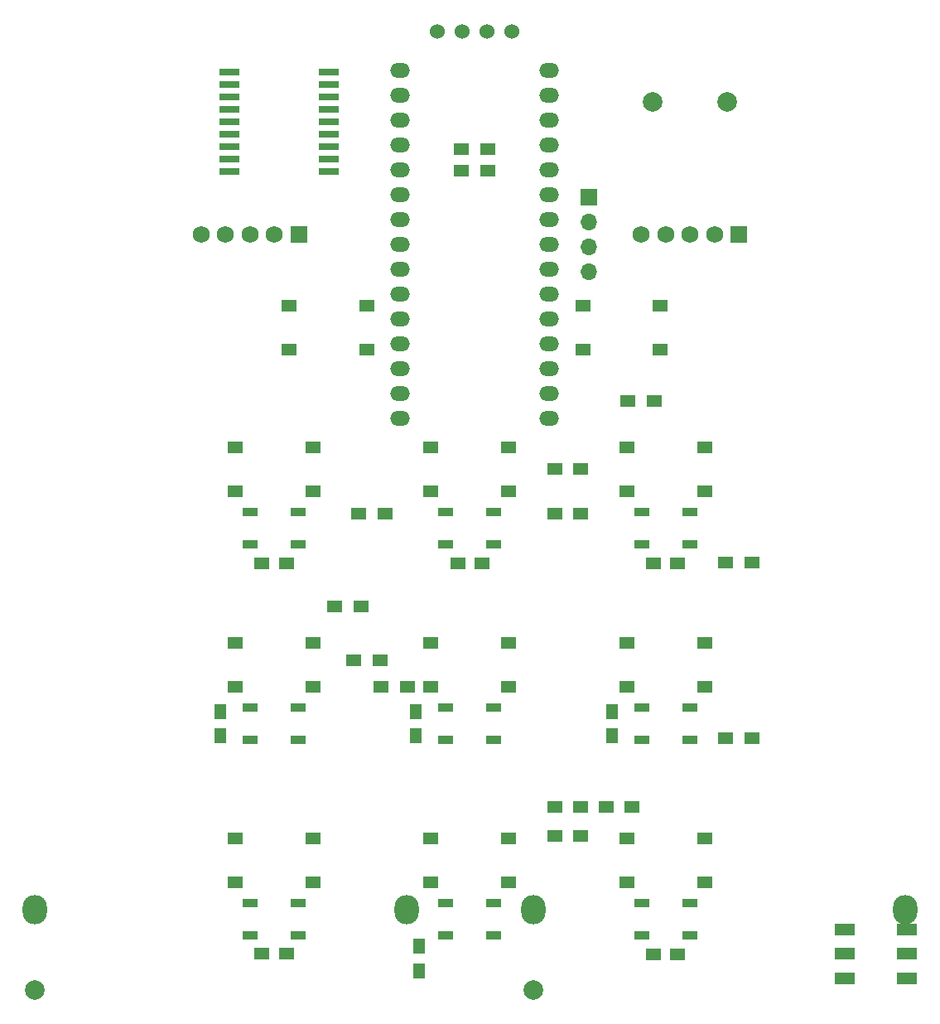
<source format=gbr>
G04 #@! TF.FileFunction,Soldermask,Top*
%FSLAX46Y46*%
G04 Gerber Fmt 4.6, Leading zero omitted, Abs format (unit mm)*
G04 Created by KiCad (PCBNEW 4.0.5-e0-6337~49~ubuntu16.04.1) date Sun Jan 22 15:59:59 2017*
%MOMM*%
%LPD*%
G01*
G04 APERTURE LIST*
%ADD10C,0.100000*%
%ADD11R,1.550000X1.300000*%
%ADD12O,2.500000X3.000000*%
%ADD13C,2.000000*%
%ADD14R,1.500000X1.250000*%
%ADD15R,1.250000X1.500000*%
%ADD16R,1.750000X1.750000*%
%ADD17C,1.750000*%
%ADD18R,1.500000X1.300000*%
%ADD19R,1.500000X0.900000*%
%ADD20O,2.000000X1.500000*%
%ADD21R,2.000000X0.700000*%
%ADD22C,1.524000*%
%ADD23R,2.000000X1.200000*%
%ADD24R,1.700000X1.700000*%
%ADD25O,1.700000X1.700000*%
G04 APERTURE END LIST*
D10*
D11*
X104975000Y-68750000D03*
X104975000Y-73250000D03*
X97025000Y-73250000D03*
X97025000Y-68750000D03*
X97025000Y-93250000D03*
X97025000Y-88750000D03*
X104975000Y-88750000D03*
X104975000Y-93250000D03*
D12*
X56500000Y-116000000D03*
X94500000Y-116000000D03*
D13*
X56500000Y-124200000D03*
X127299840Y-33500000D03*
X119700160Y-33500000D03*
D14*
X79750000Y-80600000D03*
X82250000Y-80600000D03*
X99750000Y-80600000D03*
X102250000Y-80600000D03*
X119750000Y-80600000D03*
X122250000Y-80600000D03*
D15*
X115500000Y-95750000D03*
X115500000Y-98250000D03*
D14*
X119750000Y-120600000D03*
X122250000Y-120600000D03*
D15*
X95800000Y-119750000D03*
X95800000Y-122250000D03*
D14*
X79750000Y-120500000D03*
X82250000Y-120500000D03*
D15*
X75500000Y-95750000D03*
X75500000Y-98250000D03*
X95500000Y-95750000D03*
X95500000Y-98250000D03*
D16*
X83500000Y-47000000D03*
D17*
X81000000Y-47000000D03*
X78500000Y-47000000D03*
X76000000Y-47000000D03*
X73500000Y-47000000D03*
D16*
X128500000Y-47000000D03*
D17*
X126000000Y-47000000D03*
X123500000Y-47000000D03*
X121000000Y-47000000D03*
X118500000Y-47000000D03*
D18*
X109650000Y-71000000D03*
X112350000Y-71000000D03*
X112350000Y-75500000D03*
X109650000Y-75500000D03*
X92350000Y-75500000D03*
X89650000Y-75500000D03*
X89850000Y-85000000D03*
X87150000Y-85000000D03*
X89150000Y-90500000D03*
X91850000Y-90500000D03*
X91900000Y-93250000D03*
X94600000Y-93250000D03*
X102850000Y-38250000D03*
X100150000Y-38250000D03*
X117150000Y-64000000D03*
X119850000Y-64000000D03*
X127150000Y-80500000D03*
X129850000Y-80500000D03*
X129850000Y-98500000D03*
X127150000Y-98500000D03*
X112350000Y-108500000D03*
X109650000Y-108500000D03*
X109650000Y-105500000D03*
X112350000Y-105500000D03*
X114900000Y-105500000D03*
X117600000Y-105500000D03*
X102850000Y-40500000D03*
X100150000Y-40500000D03*
D11*
X84975000Y-68750000D03*
X84975000Y-73250000D03*
X77025000Y-73250000D03*
X77025000Y-68750000D03*
X84975000Y-88750000D03*
X84975000Y-93250000D03*
X77025000Y-93250000D03*
X77025000Y-88750000D03*
X77025000Y-113250000D03*
X77025000Y-108750000D03*
X84975000Y-108750000D03*
X84975000Y-113250000D03*
X117025000Y-73250000D03*
X117025000Y-68750000D03*
X124975000Y-68750000D03*
X124975000Y-73250000D03*
X117025000Y-93250000D03*
X117025000Y-88750000D03*
X124975000Y-88750000D03*
X124975000Y-93250000D03*
X117025000Y-113250000D03*
X117025000Y-108750000D03*
X124975000Y-108750000D03*
X124975000Y-113250000D03*
X97025000Y-113250000D03*
X97025000Y-108750000D03*
X104975000Y-108750000D03*
X104975000Y-113250000D03*
X112525000Y-58750000D03*
X112525000Y-54250000D03*
X120475000Y-54250000D03*
X120475000Y-58750000D03*
D19*
X78550000Y-75350000D03*
X78550000Y-78650000D03*
X83450000Y-78650000D03*
X83450000Y-75350000D03*
X98550000Y-75350000D03*
X98550000Y-78650000D03*
X103450000Y-78650000D03*
X103450000Y-75350000D03*
X118550000Y-75350000D03*
X118550000Y-78650000D03*
X123450000Y-78650000D03*
X123450000Y-75350000D03*
X118550000Y-95350000D03*
X118550000Y-98650000D03*
X123450000Y-98650000D03*
X123450000Y-95350000D03*
X118550000Y-115350000D03*
X118550000Y-118650000D03*
X123450000Y-118650000D03*
X123450000Y-115350000D03*
D20*
X109120000Y-30220000D03*
X109120000Y-32760000D03*
X109120000Y-35300000D03*
X109120000Y-37840000D03*
X109120000Y-40380000D03*
X109120000Y-42920000D03*
X109120000Y-45460000D03*
X109120000Y-48000000D03*
X109120000Y-50540000D03*
X109120000Y-53080000D03*
X109120000Y-55620000D03*
X109120000Y-58160000D03*
X109120000Y-60700000D03*
X109120000Y-63240000D03*
X109120000Y-65780000D03*
X93880000Y-65780000D03*
X93880000Y-63240000D03*
X93880000Y-60700000D03*
X93880000Y-58160000D03*
X93880000Y-55620000D03*
X93880000Y-53080000D03*
X93880000Y-50540000D03*
X93880000Y-48000000D03*
X93880000Y-45460000D03*
X93880000Y-42920000D03*
X93880000Y-40380000D03*
X93880000Y-37840000D03*
X93880000Y-35300000D03*
X93880000Y-32760000D03*
X93880000Y-30220000D03*
D19*
X98550000Y-115350000D03*
X98550000Y-118650000D03*
X103450000Y-118650000D03*
X103450000Y-115350000D03*
X78550000Y-115350000D03*
X78550000Y-118650000D03*
X83450000Y-118650000D03*
X83450000Y-115350000D03*
X78550000Y-95350000D03*
X78550000Y-98650000D03*
X83450000Y-98650000D03*
X83450000Y-95350000D03*
X98550000Y-95350000D03*
X98550000Y-98650000D03*
X103450000Y-98650000D03*
X103450000Y-95350000D03*
D21*
X86580000Y-40580000D03*
X86580000Y-39310000D03*
X86580000Y-38040000D03*
X86580000Y-36770000D03*
X86580000Y-35500000D03*
X86580000Y-34230000D03*
X86580000Y-32960000D03*
X86580000Y-31690000D03*
X86580000Y-30420000D03*
X76420000Y-30420000D03*
X76420000Y-31690000D03*
X76420000Y-32960000D03*
X76420000Y-34230000D03*
X76420000Y-35500000D03*
X76420000Y-36770000D03*
X76420000Y-38040000D03*
X76420000Y-39310000D03*
X76420000Y-40580000D03*
D22*
X97690000Y-26300000D03*
X100230000Y-26300000D03*
X102770000Y-26300000D03*
X105310000Y-26300000D03*
D12*
X107500000Y-116000000D03*
X145500000Y-116000000D03*
D13*
X107500000Y-124200000D03*
D23*
X139300000Y-118000000D03*
X139300000Y-120500000D03*
X139300000Y-123000000D03*
X145700000Y-118000000D03*
X145700000Y-120500000D03*
X145700000Y-123000000D03*
D24*
X113200000Y-43200000D03*
D25*
X113200000Y-45740000D03*
X113200000Y-48280000D03*
X113200000Y-50820000D03*
D11*
X82525000Y-58750000D03*
X82525000Y-54250000D03*
X90475000Y-54250000D03*
X90475000Y-58750000D03*
M02*

</source>
